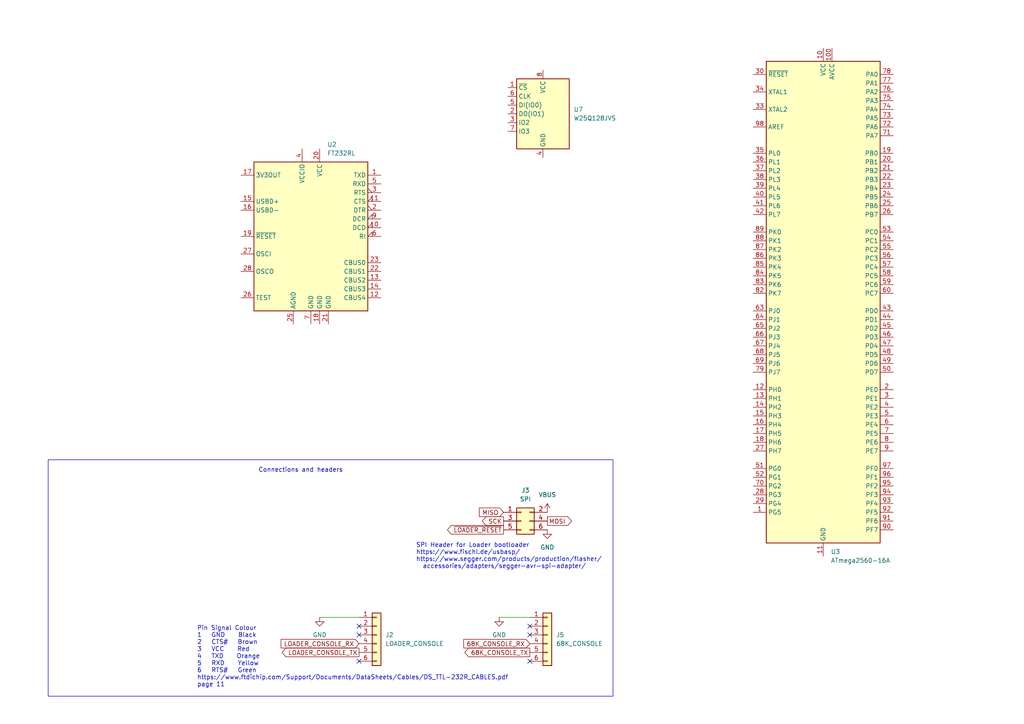
<source format=kicad_sch>
(kicad_sch (version 20230121) (generator eeschema)
  (paper "A4")
  (lib_symbols
    (symbol "Connector_Generic:Conn_01x06" (pin_names (offset 1.016) hide)
      (property "Reference" "J" (at 0 7.62 0))
      (property "Value" "Conn_01x06" (at 0 -10.16 0))
      (symbol "Conn_01x06_1_1"
        (rectangle (start -1.27 -7.493) (end 0 -7.747) (stroke (width 0.1524)))
        (rectangle (start -1.27 -4.953) (end 0 -5.207) (stroke (width 0.1524)))
        (rectangle (start -1.27 -2.413) (end 0 -2.667) (stroke (width 0.1524)))
        (rectangle (start -1.27 0.127) (end 0 -0.127) (stroke (width 0.1524)))
        (rectangle (start -1.27 2.667) (end 0 2.413) (stroke (width 0.1524)))
        (rectangle (start -1.27 5.207) (end 0 4.953) (stroke (width 0.1524)))
        (rectangle (start -1.27 6.35) (end 1.27 -8.89) (stroke (width 0.254)) (fill (type background)))
        (pin passive line (at -5.08 5.08 0) (length 3.81) (name "Pin_1") (number "1"))
        (pin passive line (at -5.08 2.54 0) (length 3.81) (name "Pin_2") (number "2"))
        (pin passive line (at -5.08 0 0) (length 3.81) (name "Pin_3") (number "3"))
        (pin passive line (at -5.08 -2.54 0) (length 3.81) (name "Pin_4") (number "4"))
        (pin passive line (at -5.08 -5.08 0) (length 3.81) (name "Pin_5") (number "5"))
        (pin passive line (at -5.08 -7.62 0) (length 3.81) (name "Pin_6") (number "6"))
      )
    )
    (symbol "Connector_Generic:Conn_02x03_Odd_Even" (pin_names (offset 1.016) hide)
      (property "Reference" "J" (at 1.27 5.08 0))
      (property "Value" "Conn_02x03_Odd_Even" (at 1.27 -5.08 0))
      (symbol "Conn_02x03_Odd_Even_1_1"
        (rectangle (start -1.27 -2.413) (end 0 -2.667) (stroke (width 0.1524)))
        (rectangle (start -1.27 0.127) (end 0 -0.127) (stroke (width 0.1524)))
        (rectangle (start -1.27 2.667) (end 0 2.413) (stroke (width 0.1524)))
        (rectangle (start -1.27 3.81) (end 3.81 -3.81) (stroke (width 0.254)) (fill (type background)))
        (rectangle (start 3.81 -2.413) (end 2.54 -2.667) (stroke (width 0.1524)))
        (rectangle (start 3.81 0.127) (end 2.54 -0.127) (stroke (width 0.1524)))
        (rectangle (start 3.81 2.667) (end 2.54 2.413) (stroke (width 0.1524)))
        (pin passive line (at -5.08 2.54 0) (length 3.81) (name "Pin_1") (number "1"))
        (pin passive line (at 7.62 2.54 180) (length 3.81) (name "Pin_2") (number "2"))
        (pin passive line (at -5.08 0 0) (length 3.81) (name "Pin_3") (number "3"))
        (pin passive line (at 7.62 0 180) (length 3.81) (name "Pin_4") (number "4"))
        (pin passive line (at -5.08 -2.54 0) (length 3.81) (name "Pin_5") (number "5"))
        (pin passive line (at 7.62 -2.54 180) (length 3.81) (name "Pin_6") (number "6"))
      )
    )
    (symbol "Interface_USB:FT232RL"
      (property "Reference" "U" (at -16.51 22.86 0))
      (property "Value" "FT232RL" (at 10.16 22.86 0))
      (symbol "FT232RL_0_1"
        (rectangle (start -16.51 21.59) (end 16.51 -21.59) (stroke (width 0.254)) (fill (type background)))
      )
      (symbol "FT232RL_1_1"
        (pin output line (at 20.32 17.78 180) (length 3.81) (name "TXD") (number "1"))
        (pin input input_low (at 20.32 2.54 180) (length 3.81) (name "DCD") (number "10"))
        (pin input input_low (at 20.32 10.16 180) (length 3.81) (name "CTS") (number "11"))
        (pin bidirectional line (at 20.32 -17.78 180) (length 3.81) (name "CBUS4") (number "12"))
        (pin bidirectional line (at 20.32 -12.7 180) (length 3.81) (name "CBUS2") (number "13"))
        (pin bidirectional line (at 20.32 -15.24 180) (length 3.81) (name "CBUS3") (number "14"))
        (pin bidirectional line (at -20.32 10.16 0) (length 3.81) (name "USBD+") (number "15"))
        (pin bidirectional line (at -20.32 7.62 0) (length 3.81) (name "USBD-") (number "16"))
        (pin power_out line (at -20.32 17.78 0) (length 3.81) (name "3V3OUT") (number "17"))
        (pin power_in line (at 2.54 -25.4 90) (length 3.81) (name "GND") (number "18"))
        (pin input line (at -20.32 0 0) (length 3.81) (name "~{RESET}") (number "19"))
        (pin output output_low (at 20.32 7.62 180) (length 3.81) (name "DTR") (number "2"))
        (pin power_in line (at 2.54 25.4 270) (length 3.81) (name "VCC") (number "20"))
        (pin power_in line (at 5.08 -25.4 90) (length 3.81) (name "GND") (number "21"))
        (pin bidirectional line (at 20.32 -10.16 180) (length 3.81) (name "CBUS1") (number "22"))
        (pin bidirectional line (at 20.32 -7.62 180) (length 3.81) (name "CBUS0") (number "23"))
        (pin power_in line (at -5.08 -25.4 90) (length 3.81) (name "AGND") (number "25"))
        (pin input line (at -20.32 -17.78 0) (length 3.81) (name "TEST") (number "26"))
        (pin input line (at -20.32 -5.08 0) (length 3.81) (name "OSCI") (number "27"))
        (pin output line (at -20.32 -10.16 0) (length 3.81) (name "OSCO") (number "28"))
        (pin output output_low (at 20.32 12.7 180) (length 3.81) (name "RTS") (number "3"))
        (pin power_in line (at -2.54 25.4 270) (length 3.81) (name "VCCIO") (number "4"))
        (pin input line (at 20.32 15.24 180) (length 3.81) (name "RXD") (number "5"))
        (pin input input_low (at 20.32 0 180) (length 3.81) (name "RI") (number "6"))
        (pin power_in line (at 0 -25.4 90) (length 3.81) (name "GND") (number "7"))
        (pin input input_low (at 20.32 5.08 180) (length 3.81) (name "DCR") (number "9"))
      )
    )
    (symbol "MCU_Microchip_ATmega:ATmega2560-16A"
      (property "Reference" "U" (at 0 1.27 0))
      (property "Value" "ATmega2560-16A" (at 0 -1.27 0))
      (symbol "ATmega2560-16A_0_1"
        (rectangle (start -16.51 -69.85) (end 16.51 69.85) (stroke (width 0.254)) (fill (type background)))
      )
      (symbol "ATmega2560-16A_1_1"
        (pin bidirectional line (at -20.32 -60.96 0) (length 3.81) (name "PG5") (number "1"))
        (pin power_in line (at 0 73.66 270) (length 3.81) (name "VCC") (number "10"))
        (pin power_in line (at 2.54 73.66 270) (length 3.81) (name "AVCC") (number "100"))
        (pin power_in line (at 0 -73.66 90) (length 3.81) (name "GND") (number "11"))
        (pin bidirectional line (at -20.32 -25.4 0) (length 3.81) (name "PH0") (number "12"))
        (pin bidirectional line (at -20.32 -27.94 0) (length 3.81) (name "PH1") (number "13"))
        (pin bidirectional line (at -20.32 -30.48 0) (length 3.81) (name "PH2") (number "14"))
        (pin bidirectional line (at -20.32 -33.02 0) (length 3.81) (name "PH3") (number "15"))
        (pin bidirectional line (at -20.32 -35.56 0) (length 3.81) (name "PH4") (number "16"))
        (pin bidirectional line (at -20.32 -38.1 0) (length 3.81) (name "PH5") (number "17"))
        (pin bidirectional line (at -20.32 -40.64 0) (length 3.81) (name "PH6") (number "18"))
        (pin bidirectional line (at 20.32 43.18 180) (length 3.81) (name "PB0") (number "19"))
        (pin bidirectional line (at 20.32 -25.4 180) (length 3.81) (name "PE0") (number "2"))
        (pin bidirectional line (at 20.32 40.64 180) (length 3.81) (name "PB1") (number "20"))
        (pin bidirectional line (at 20.32 38.1 180) (length 3.81) (name "PB2") (number "21"))
        (pin bidirectional line (at 20.32 35.56 180) (length 3.81) (name "PB3") (number "22"))
        (pin bidirectional line (at 20.32 33.02 180) (length 3.81) (name "PB4") (number "23"))
        (pin bidirectional line (at 20.32 30.48 180) (length 3.81) (name "PB5") (number "24"))
        (pin bidirectional line (at 20.32 27.94 180) (length 3.81) (name "PB6") (number "25"))
        (pin bidirectional line (at 20.32 25.4 180) (length 3.81) (name "PB7") (number "26"))
        (pin bidirectional line (at -20.32 -43.18 0) (length 3.81) (name "PH7") (number "27"))
        (pin bidirectional line (at -20.32 -55.88 0) (length 3.81) (name "PG3") (number "28"))
        (pin bidirectional line (at -20.32 -58.42 0) (length 3.81) (name "PG4") (number "29"))
        (pin bidirectional line (at 20.32 -27.94 180) (length 3.81) (name "PE1") (number "3"))
        (pin input line (at -20.32 66.04 0) (length 3.81) (name "~{RESET}") (number "30"))
        (pin passive line (at 0 73.66 270) (length 3.81) hide (name "VCC") (number "31"))
        (pin passive line (at 0 -73.66 90) (length 3.81) hide (name "GND") (number "32"))
        (pin output line (at -20.32 55.88 0) (length 3.81) (name "XTAL2") (number "33"))
        (pin input line (at -20.32 60.96 0) (length 3.81) (name "XTAL1") (number "34"))
        (pin bidirectional line (at -20.32 43.18 0) (length 3.81) (name "PL0") (number "35"))
        (pin bidirectional line (at -20.32 40.64 0) (length 3.81) (name "PL1") (number "36"))
        (pin bidirectional line (at -20.32 38.1 0) (length 3.81) (name "PL2") (number "37"))
        (pin bidirectional line (at -20.32 35.56 0) (length 3.81) (name "PL3") (number "38"))
        (pin bidirectional line (at -20.32 33.02 0) (length 3.81) (name "PL4") (number "39"))
        (pin bidirectional line (at 20.32 -30.48 180) (length 3.81) (name "PE2") (number "4"))
        (pin bidirectional line (at -20.32 30.48 0) (length 3.81) (name "PL5") (number "40"))
        (pin bidirectional line (at -20.32 27.94 0) (length 3.81) (name "PL6") (number "41"))
        (pin bidirectional line (at -20.32 25.4 0) (length 3.81) (name "PL7") (number "42"))
        (pin bidirectional line (at 20.32 -2.54 180) (length 3.81) (name "PD0") (number "43"))
        (pin bidirectional line (at 20.32 -5.08 180) (length 3.81) (name "PD1") (number "44"))
        (pin bidirectional line (at 20.32 -7.62 180) (length 3.81) (name "PD2") (number "45"))
        (pin bidirectional line (at 20.32 -10.16 180) (length 3.81) (name "PD3") (number "46"))
        (pin bidirectional line (at 20.32 -12.7 180) (length 3.81) (name "PD4") (number "47"))
        (pin bidirectional line (at 20.32 -15.24 180) (length 3.81) (name "PD5") (number "48"))
        (pin bidirectional line (at 20.32 -17.78 180) (length 3.81) (name "PD6") (number "49"))
        (pin bidirectional line (at 20.32 -33.02 180) (length 3.81) (name "PE3") (number "5"))
        (pin bidirectional line (at 20.32 -20.32 180) (length 3.81) (name "PD7") (number "50"))
        (pin bidirectional line (at -20.32 -48.26 0) (length 3.81) (name "PG0") (number "51"))
        (pin bidirectional line (at -20.32 -50.8 0) (length 3.81) (name "PG1") (number "52"))
        (pin bidirectional line (at 20.32 20.32 180) (length 3.81) (name "PC0") (number "53"))
        (pin bidirectional line (at 20.32 17.78 180) (length 3.81) (name "PC1") (number "54"))
        (pin bidirectional line (at 20.32 15.24 180) (length 3.81) (name "PC2") (number "55"))
        (pin bidirectional line (at 20.32 12.7 180) (length 3.81) (name "PC3") (number "56"))
        (pin bidirectional line (at 20.32 10.16 180) (length 3.81) (name "PC4") (number "57"))
        (pin bidirectional line (at 20.32 7.62 180) (length 3.81) (name "PC5") (number "58"))
        (pin bidirectional line (at 20.32 5.08 180) (length 3.81) (name "PC6") (number "59"))
        (pin bidirectional line (at 20.32 -35.56 180) (length 3.81) (name "PE4") (number "6"))
        (pin bidirectional line (at 20.32 2.54 180) (length 3.81) (name "PC7") (number "60"))
        (pin passive line (at 0 73.66 270) (length 3.81) hide (name "VCC") (number "61"))
        (pin passive line (at 0 -73.66 90) (length 3.81) hide (name "GND") (number "62"))
        (pin bidirectional line (at -20.32 -2.54 0) (length 3.81) (name "PJ0") (number "63"))
        (pin bidirectional line (at -20.32 -5.08 0) (length 3.81) (name "PJ1") (number "64"))
        (pin bidirectional line (at -20.32 -7.62 0) (length 3.81) (name "PJ2") (number "65"))
        (pin bidirectional line (at -20.32 -10.16 0) (length 3.81) (name "PJ3") (number "66"))
        (pin bidirectional line (at -20.32 -12.7 0) (length 3.81) (name "PJ4") (number "67"))
        (pin bidirectional line (at -20.32 -15.24 0) (length 3.81) (name "PJ5") (number "68"))
        (pin bidirectional line (at -20.32 -17.78 0) (length 3.81) (name "PJ6") (number "69"))
        (pin bidirectional line (at 20.32 -38.1 180) (length 3.81) (name "PE5") (number "7"))
        (pin bidirectional line (at -20.32 -53.34 0) (length 3.81) (name "PG2") (number "70"))
        (pin bidirectional line (at 20.32 48.26 180) (length 3.81) (name "PA7") (number "71"))
        (pin bidirectional line (at 20.32 50.8 180) (length 3.81) (name "PA6") (number "72"))
        (pin bidirectional line (at 20.32 53.34 180) (length 3.81) (name "PA5") (number "73"))
        (pin bidirectional line (at 20.32 55.88 180) (length 3.81) (name "PA4") (number "74"))
        (pin bidirectional line (at 20.32 58.42 180) (length 3.81) (name "PA3") (number "75"))
        (pin bidirectional line (at 20.32 60.96 180) (length 3.81) (name "PA2") (number "76"))
        (pin bidirectional line (at 20.32 63.5 180) (length 3.81) (name "PA1") (number "77"))
        (pin bidirectional line (at 20.32 66.04 180) (length 3.81) (name "PA0") (number "78"))
        (pin bidirectional line (at -20.32 -20.32 0) (length 3.81) (name "PJ7") (number "79"))
        (pin bidirectional line (at 20.32 -40.64 180) (length 3.81) (name "PE6") (number "8"))
        (pin passive line (at 0 73.66 270) (length 3.81) hide (name "VCC") (number "80"))
        (pin passive line (at 0 -73.66 90) (length 3.81) hide (name "GND") (number "81"))
        (pin bidirectional line (at -20.32 2.54 0) (length 3.81) (name "PK7") (number "82"))
        (pin bidirectional line (at -20.32 5.08 0) (length 3.81) (name "PK6") (number "83"))
        (pin bidirectional line (at -20.32 7.62 0) (length 3.81) (name "PK5") (number "84"))
        (pin bidirectional line (at -20.32 10.16 0) (length 3.81) (name "PK4") (number "85"))
        (pin bidirectional line (at -20.32 12.7 0) (length 3.81) (name "PK3") (number "86"))
        (pin bidirectional line (at -20.32 15.24 0) (length 3.81) (name "PK2") (number "87"))
        (pin bidirectional line (at -20.32 17.78 0) (length 3.81) (name "PK1") (number "88"))
        (pin bidirectional line (at -20.32 20.32 0) (length 3.81) (name "PK0") (number "89"))
        (pin bidirectional line (at 20.32 -43.18 180) (length 3.81) (name "PE7") (number "9"))
        (pin bidirectional line (at 20.32 -66.04 180) (length 3.81) (name "PF7") (number "90"))
        (pin bidirectional line (at 20.32 -63.5 180) (length 3.81) (name "PF6") (number "91"))
        (pin bidirectional line (at 20.32 -60.96 180) (length 3.81) (name "PF5") (number "92"))
        (pin bidirectional line (at 20.32 -58.42 180) (length 3.81) (name "PF4") (number "93"))
        (pin bidirectional line (at 20.32 -55.88 180) (length 3.81) (name "PF3") (number "94"))
        (pin bidirectional line (at 20.32 -53.34 180) (length 3.81) (name "PF2") (number "95"))
        (pin bidirectional line (at 20.32 -50.8 180) (length 3.81) (name "PF1") (number "96"))
        (pin bidirectional line (at 20.32 -48.26 180) (length 3.81) (name "PF0") (number "97"))
        (pin passive line (at -20.32 50.8 0) (length 3.81) (name "AREF") (number "98"))
        (pin passive line (at 0 -73.66 90) (length 3.81) hide (name "GND") (number "99"))
      )
    )
    (symbol "Memory_Flash:W25Q128JVS"
      (property "Reference" "U" (at -8.89 8.89 0))
      (property "Value" "W25Q128JVS" (at 7.62 8.89 0))
      (symbol "W25Q128JVS_0_1"
        (rectangle (start -7.62 10.16) (end 7.62 -10.16) (stroke (width 0.254)) (fill (type background)))
      )
      (symbol "W25Q128JVS_1_1"
        (pin input line (at -10.16 7.62 0) (length 2.54) (name "~{CS}") (number "1"))
        (pin bidirectional line (at -10.16 0 0) (length 2.54) (name "DO(IO1)") (number "2"))
        (pin bidirectional line (at -10.16 -2.54 0) (length 2.54) (name "IO2") (number "3"))
        (pin power_in line (at 0 -12.7 90) (length 2.54) (name "GND") (number "4"))
        (pin bidirectional line (at -10.16 2.54 0) (length 2.54) (name "DI(IO0)") (number "5"))
        (pin input line (at -10.16 5.08 0) (length 2.54) (name "CLK") (number "6"))
        (pin bidirectional line (at -10.16 -5.08 0) (length 2.54) (name "IO3") (number "7"))
        (pin power_in line (at 0 12.7 270) (length 2.54) (name "VCC") (number "8"))
      )
    )
    (symbol "power:GND" (power) (pin_names (offset 0))
      (property "Value" "GND" (at 0 -3.81 0))
      (symbol "GND_0_1"
        (polyline (pts (xy 0 0) (xy 0 -1.27) (xy 1.27 -1.27) (xy 0 -2.54) (xy -1.27 -1.27) (xy 0 -1.27)))
      )
      (symbol "GND_1_1"
        (pin power_in line (at 0 0 270) (length 0) hide (name "GND") (number "1"))
      )
    )
    (symbol "power:VBUS" (power) (pin_names (offset 0))
      (property "Value" "VBUS" (at 0 3.81 0))
      (symbol "VBUS_0_1"
        (polyline (pts (xy -0.762 1.27) (xy 0 2.54)))
        (polyline (pts (xy 0 0) (xy 0 2.54)))
        (polyline (pts (xy 0 2.54) (xy 0.762 1.27)))
      )
      (symbol "VBUS_1_1"
        (pin power_in line (at 0 0 90) (length 0) hide (name "VBUS") (number "1"))
      )
    )
  )
  (no_connect (at 153.67 181.61))
  (no_connect (at 153.67 191.77))
  (no_connect (at 104.14 191.77))
  (no_connect (at 104.14 181.61))
  (no_connect (at 104.14 184.15))
  (no_connect (at 153.67 184.15))
  (wire (pts (xy 92.71 179.07) (xy 104.14 179.07)))
  (wire (pts (xy 144.78 179.07) (xy 153.67 179.07)))
  (rectangle (start 13.97 133.35) (end 177.8 201.93))
  (text "SPI Header for Loader bootloader\nhttps://www.fischl.de/usbasp/\nhttps://www.segger.com/products/production/flasher/\n  accessories/adapters/segger-avr-spi-adapter/" (at 120.65 165.1 0) (effects (font (size 1.27 1.27)) (justify left bottom)))
  (text "Pin Signal Colour\n1   GND    Black\n2   CTS#   Brown\n3   VCC    Red\n4   TXD    Orange\n5   RXD    Yellow\n6   RTS#   Green\nhttps://www.ftdichip.com/Support/Documents/DataSheets/Cables/DS_TTL-232R_CABLES.pdf\npage 11" (at 57.15 199.39 0) (effects (font (size 1.27 1.27)) (justify left bottom)))
  (text "Connections and headers" (at 74.93 137.16 0) (effects (font (size 1.27 1.27)) (justify left bottom)))
  (global_label "68K_CONSOLE_RX" (shape input) (at 153.67 186.69 180) (property "Intersheetrefs" "${INTERSHEET_REFS}" (effects hide)))
  (global_label "LOADER_CONSOLE_RX" (shape input) (at 104.14 186.69 180) (property "Intersheetrefs" "${INTERSHEET_REFS}" (effects hide)))
  (global_label "MOSI" (shape output) (at 158.75 151.13 0) (property "Intersheetrefs" "${INTERSHEET_REFS}" (effects hide)))
  (global_label "SCK" (shape output) (at 146.05 151.13 180) (property "Intersheetrefs" "${INTERSHEET_REFS}" (effects hide)))
  (global_label "MISO" (shape input) (at 146.05 148.59 180) (property "Intersheetrefs" "${INTERSHEET_REFS}" (effects hide)))
  (global_label "~{LOADER_RESET}" (shape output) (at 146.05 153.67 180) (property "Intersheetrefs" "${INTERSHEET_REFS}" (effects hide)))
  (global_label "68K_CONSOLE_TX" (shape output) (at 153.67 189.23 180) (property "Intersheetrefs" "${INTERSHEET_REFS}" (effects hide)))
  (global_label "LOADER_CONSOLE_TX" (shape output) (at 104.14 189.23 180) (property "Intersheetrefs" "${INTERSHEET_REFS}" (effects hide)))
  (symbol (lib_id "Memory_Flash:W25Q128JVS") (at 157.48 33.02 0) (unit 1)
    (property "Reference" "U7" (at 166.37 31.75 0) (effects (justify left)))
    (property "Value" "W25Q128JVS" (at 166.37 34.29 0) (effects (justify left)))
    (property "Footprint" "Package_SO:SOIC-8_5.23x5.23mm_P1.27mm" (effects hide))
    (property "Datasheet" "https://datasheet.lcsc.com/lcsc/1811142111_Winbond-Elec-W25Q128JVSIQ_C97521.pdf" (effects hide))
    (property "JLPCB Part" "C97521" (effects hide))
  )
  (symbol (lib_id "power:GND") (at 158.75 153.67 0) (unit 1)
    (property "Reference" "#PWR04" (effects hide))
    (property "Value" "GND" (at 158.75 158.75 0))
  )
  (symbol (lib_id "MCU_Microchip_ATmega:ATmega2560-16A") (at 238.76 87.63 0) (unit 1)
    (property "Reference" "U3" (at 240.9541 160.02 0) (effects (justify left)))
    (property "Value" "ATmega2560-16A" (at 240.9541 162.56 0) (effects (justify left)))
    (property "Footprint" "Package_QFP:TQFP-100_14x14mm_P0.5mm" (effects hide))
    (property "Datasheet" "https://datasheet.lcsc.com/lcsc/2304140030_Microchip-Tech-ATMEGA2560-16AU_C22460.pdf" (effects hide))
    (property "JLPCB Part" "C22460" (effects hide))
  )
  (symbol (lib_id "power:VBUS") (at 158.75 148.59 0) (unit 1)
    (property "Reference" "#PWR03" (effects hide))
    (property "Value" "VBUS" (at 158.75 143.51 0))
  )
  (symbol (lib_id "Interface_USB:FT232RL") (at 90.17 68.58 0) (unit 1)
    (property "Reference" "U2" (at 94.9041 41.91 0) (effects (justify left)))
    (property "Value" "FT232RL" (at 94.9041 44.45 0) (effects (justify left)))
    (property "Footprint" "Package_SO:SSOP-28_5.3x10.2mm_P0.65mm" (effects hide))
    (property "Datasheet" "https://datasheet.lcsc.com/lcsc/1810311811_FTDI-FT232RL-REEL_C8690.pdf" (effects hide))
    (property "JLPCB Part" "C8690" (effects hide))
  )
  (symbol (lib_id "Connector_Generic:Conn_01x06") (at 158.75 184.15 0) (unit 1)
    (property "Reference" "J5" (at 161.29 184.15 0) (effects (justify left)))
    (property "Value" "68K_CONSOLE" (at 161.29 186.69 0) (effects (justify left)))
    (property "Footprint" "Connector_PinHeader_2.54mm:PinHeader_1x06_P2.54mm_Vertical" (effects hide))
    (property "JLPCB Part" "N/A" (effects hide))
  )
  (symbol (lib_id "Connector_Generic:Conn_02x03_Odd_Even") (at 151.13 151.13 0) (unit 1)
    (property "Reference" "J3" (at 152.4 142.24 0))
    (property "Value" "SPI" (at 152.4 144.78 0))
  )
  (symbol (lib_id "power:GND") (at 144.78 179.07 0) (unit 1)
    (property "Reference" "#PWR02" (effects hide))
    (property "Value" "GND" (at 144.78 184.15 0))
  )
  (symbol (lib_id "Connector_Generic:Conn_01x06") (at 109.22 184.15 0) (unit 1)
    (property "Reference" "J2" (at 111.76 184.15 0) (effects (justify left)))
    (property "Value" "LOADER_CONSOLE" (at 111.76 186.69 0) (effects (justify left)))
    (property "Footprint" "Connector_PinHeader_2.54mm:PinHeader_1x06_P2.54mm_Vertical" (effects hide))
  )
  (symbol (lib_id "power:GND") (at 92.71 179.07 0) (unit 1)
    (property "Reference" "#PWR01" (effects hide))
    (property "Value" "GND" (at 92.71 184.15 0))
  )
)
</source>
